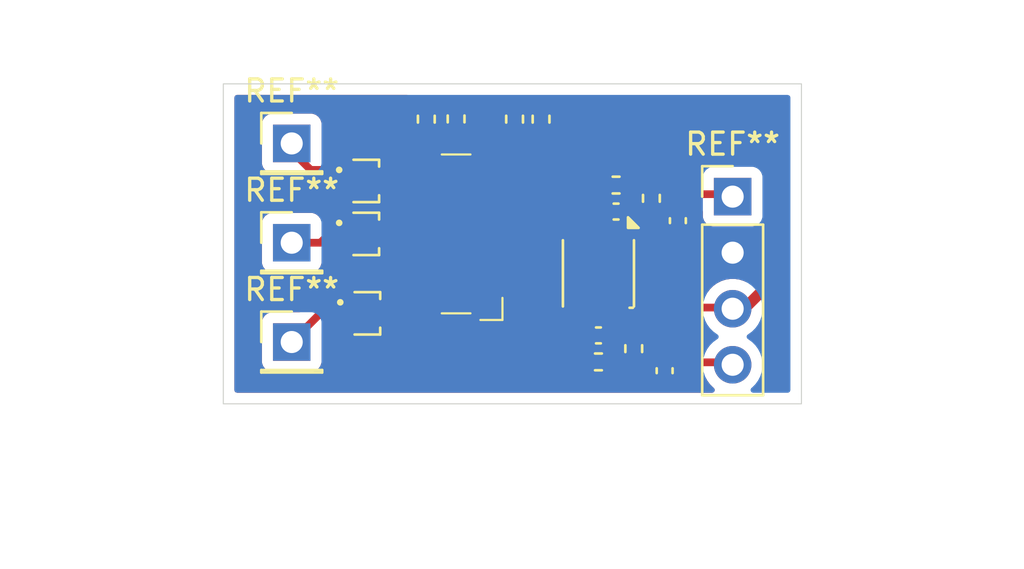
<source format=kicad_pcb>
(kicad_pcb (version 20241229) (generator "pcbnew") (generator_version "9.0")
  (layers (0 "F.Cu" signal) (2 "B.Cu" signal) (13 "F.Paste" user) (15 "B.Paste" user) (5 "F.SilkS" user "F.Silkscreen") (7 "B.SilkS" user "B.Silkscreen") (1 "F.Mask" user) (3 "B.Mask" user) (25 "Edge.Cuts" user))
  (net 0 "")
  (net 1 "GND")
  (net 2 "+2V7")
  (net 3 "Net-(C15-Pad2)")
  (net 4 "Net-(D4-PD1_C)")
  (net 5 "/BB_trans_out")
  (net 6 "/IR_cut_trans_out")
  (net 7 "Net-(D4-PD2_C)")
  (net 8 "Net-(C20-Pad2)")
  (net 9 "Net-(D4-IRLED_C)")
  (net 10 "Net-(D4-GLED1_C)")
  (net 11 "Net-(D4-GLED1_A)")
  (net 12 "Net-(D4-RLED_C)")
  (net 13 "Net-(D4-GLED2_A)")
  (net 14 "Net-(D4-RLED_A)")
  (net 15 "Net-(D4-IRLED_A)")
  (net 16 "/GLED_en")
  (net 17 "/RLED_en")
  (net 18 "/IRLED_en")
  (footprint "Connector_PinHeader_2.54mm:PinHeader_1x01_P2.54mm_Vertical" (layer "F.Cu") (at 91.55 68.4)
    (property "Reference" "REF**" (at 0 -2.38 0) (layer "F.SilkS"))
    (property "Value" "PinHeader_1x01_P2.54mm_Vertical")
    (fp_line (start -1.38 -1.38) (end 0 -1.38) (stroke (width 0.12)) (layer "F.SilkS"))
    (fp_line (start -1.38 0) (end -1.38 -1.38) (stroke (width 0.12)) (layer "F.SilkS"))
    (fp_line (start -1.38 1.27) (end -1.38 1.38) (stroke (width 0.12)) (layer "F.SilkS"))
    (fp_line (start -1.38 1.27) (end 1.38 1.27) (stroke (width 0.12)) (layer "F.SilkS"))
    (fp_line (start -1.38 1.38) (end 1.38 1.38) (stroke (width 0.12)) (layer "F.SilkS"))
    (fp_line (start 1.38 1.27) (end 1.38 1.38) (stroke (width 0.12)) (layer "F.SilkS"))
    (pad "1" thru_hole rect (at 0 0) (size 1.7 1.7) (drill 1) (layers "*.Cu" "*.Mask") (net 16 "/GLED_en"))
  )
  (footprint "Resistor_SMD:R_0402_1005Metric" (layer "F.Cu") (at 101.65 58.3 -90)
    (property "Reference" "R10" (hide yes))
    (property "Value" "R")
    (fp_line (start -0.153641 0.38) (end 0.153641 0.38) (stroke (width 0.12)) (layer "F.SilkS"))
    (fp_line (start -0.153641 -0.38) (end 0.153641 -0.38) (stroke (width 0.12)) (layer "F.SilkS"))
    (pad "1" smd roundrect (at -0.51 0 270) (size 0.54 0.64) (layers "F.Cu" "F.Mask" "F.Paste") (net 2 "+2V7"))
    (pad "2" smd roundrect (at 0.51 0 270) (size 0.54 0.64) (layers "F.Cu" "F.Mask" "F.Paste") (net 11 "Net-(D4-GLED1_A)"))
  )
  (footprint "Package_TO_SOT_SMD:SOT-416" (layer "F.Cu") (at 95.05 67.1)
    (property "Reference" "Q4" (hide yes))
    (property "Value" "RE1C002UN")
    (fp_line (start 0.51 -0.96) (end -0.65 -0.96) (stroke (width 0.12)) (layer "F.SilkS"))
    (fp_line (start 0.51 -0.96) (end 0.51 -0.65) (stroke (width 0.12)) (layer "F.SilkS"))
    (fp_line (start 0.51 0.96) (end -0.65 0.96) (stroke (width 0.12)) (layer "F.SilkS"))
    (fp_line (start 0.51 0.96) (end 0.51 0.65) (stroke (width 0.12)) (layer "F.SilkS"))
    (fp_circle (center -1.3 -0.5) (end -1.15 -0.5) (fill yes) (layer "F.SilkS"))
    (pad "1" smd roundrect (at -0.65 -0.5) (size 0.6 0.5) (layers "F.Cu" "F.Mask" "F.Paste") (net 16 "/GLED_en"))
    (pad "2" smd roundrect (at -0.65 0.5) (size 0.6 0.5) (layers "F.Cu" "F.Mask" "F.Paste") (net 1 "GND"))
    (pad "3" smd roundrect (at 0.65 0) (size 0.6 0.5) (layers "F.Cu" "F.Mask" "F.Paste") (net 10 "Net-(D4-GLED1_C)"))
  )
  (footprint "Capacitor_SMD:C_0402_1005Metric" (layer "F.Cu") (at 105.45 68.1)
    (property "Reference" "C15" (hide yes))
    (property "Value" "C")
    (fp_line (start -0.107836 -0.36) (end 0.107836 -0.36) (stroke (width 0.12)) (layer "F.SilkS"))
    (fp_line (start -0.107836 0.36) (end 0.107836 0.36) (stroke (width 0.12)) (layer "F.SilkS"))
    (pad "1" smd roundrect (at -0.48 0) (size 0.56 0.62) (layers "F.Cu" "F.Mask" "F.Paste") (net 4 "Net-(D4-PD1_C)"))
    (pad "2" smd roundrect (at 0.48 0) (size 0.56 0.62) (layers "F.Cu" "F.Mask" "F.Paste") (net 3 "Net-(C15-Pad2)"))
  )
  (footprint "Capacitor_SMD:C_0402_1005Metric" (layer "F.Cu") (at 109.05 62.9 -90)
    (property "Reference" "C19" (hide yes))
    (property "Value" "C")
    (fp_line (start -0.107836 0.36) (end 0.107836 0.36) (stroke (width 0.12)) (layer "F.SilkS"))
    (fp_line (start -0.107836 -0.36) (end 0.107836 -0.36) (stroke (width 0.12)) (layer "F.SilkS"))
    (pad "1" smd roundrect (at -0.48 0 270) (size 0.56 0.62) (layers "F.Cu" "F.Mask" "F.Paste") (net 6 "/IR_cut_trans_out"))
    (pad "2" smd roundrect (at 0.48 0 270) (size 0.56 0.62) (layers "F.Cu" "F.Mask" "F.Paste") (net 1 "GND"))
  )
  (footprint "Connector_PinHeader_2.54mm:PinHeader_1x01_P2.54mm_Vertical" (layer "F.Cu") (at 91.55 63.9)
    (property "Reference" "REF**" (at 0 -2.38 0) (layer "F.SilkS"))
    (property "Value" "PinHeader_1x01_P2.54mm_Vertical")
    (fp_line (start -1.38 -1.38) (end 0 -1.38) (stroke (width 0.12)) (layer "F.SilkS"))
    (fp_line (start -1.38 0) (end -1.38 -1.38) (stroke (width 0.12)) (layer "F.SilkS"))
    (fp_line (start -1.38 1.27) (end -1.38 1.38) (stroke (width 0.12)) (layer "F.SilkS"))
    (fp_line (start -1.38 1.27) (end 1.38 1.27) (stroke (width 0.12)) (layer "F.SilkS"))
    (fp_line (start -1.38 1.38) (end 1.38 1.38) (stroke (width 0.12)) (layer "F.SilkS"))
    (fp_line (start 1.38 1.27) (end 1.38 1.38) (stroke (width 0.12)) (layer "F.SilkS"))
    (pad "1" thru_hole rect (at 0 0) (size 1.7 1.7) (drill 1) (layers "*.Cu" "*.Mask") (net 18 "/IRLED_en"))
  )
  (footprint "Resistor_SMD:R_0402_1005Metric" (layer "F.Cu") (at 107.05 68.7 -90)
    (property "Reference" "R18" (hide yes))
    (property "Value" "R")
    (fp_line (start -0.153641 0.38) (end 0.153641 0.38) (stroke (width 0.12)) (layer "F.SilkS"))
    (fp_line (start -0.153641 -0.38) (end 0.153641 -0.38) (stroke (width 0.12)) (layer "F.SilkS"))
    (pad "1" smd roundrect (at -0.51 0 270) (size 0.54 0.64) (layers "F.Cu" "F.Mask" "F.Paste") (net 3 "Net-(C15-Pad2)"))
    (pad "2" smd roundrect (at 0.51 0 270) (size 0.54 0.64) (layers "F.Cu" "F.Mask" "F.Paste") (net 5 "/BB_trans_out"))
  )
  (footprint "Resistor_SMD:R_0402_1005Metric" (layer "F.Cu") (at 107.85 61.8875 90)
    (property "Reference" "R19" (hide yes))
    (property "Value" "R")
    (fp_line (start -0.153641 -0.38) (end 0.153641 -0.38) (stroke (width 0.12)) (layer "F.SilkS"))
    (fp_line (start -0.153641 0.38) (end 0.153641 0.38) (stroke (width 0.12)) (layer "F.SilkS"))
    (pad "1" smd roundrect (at -0.51 0 90) (size 0.54 0.64) (layers "F.Cu" "F.Mask" "F.Paste") (net 8 "Net-(C20-Pad2)"))
    (pad "2" smd roundrect (at 0.51 0 90) (size 0.54 0.64) (layers "F.Cu" "F.Mask" "F.Paste") (net 6 "/IR_cut_trans_out"))
  )
  (footprint "Resistor_SMD:R_0402_1005Metric" (layer "F.Cu") (at 99 58.29 -90)
    (property "Reference" "R11" (hide yes))
    (property "Value" "R")
    (fp_line (start -0.153641 0.38) (end 0.153641 0.38) (stroke (width 0.12)) (layer "F.SilkS"))
    (fp_line (start -0.153641 -0.38) (end 0.153641 -0.38) (stroke (width 0.12)) (layer "F.SilkS"))
    (pad "1" smd roundrect (at -0.51 0 270) (size 0.54 0.64) (layers "F.Cu" "F.Mask" "F.Paste") (net 2 "+2V7"))
    (pad "2" smd roundrect (at 0.51 0 270) (size 0.54 0.64) (layers "F.Cu" "F.Mask" "F.Paste") (net 13 "Net-(D4-GLED2_A)"))
  )
  (footprint "Connector_PinHeader_2.54mm:PinHeader_1x04_P2.54mm_Vertical" (layer "F.Cu") (at 111.532145 61.811073)
    (property "Reference" "REF**" (at 0 -2.38 0) (layer "F.SilkS"))
    (property "Value" "PinHeader_1x04_P2.54mm_Vertical")
    (fp_line (start -1.38 -1.38) (end 0 -1.38) (stroke (width 0.12)) (layer "F.SilkS"))
    (fp_line (start -1.38 0) (end -1.38 -1.38) (stroke (width 0.12)) (layer "F.SilkS"))
    (fp_line (start -1.38 1.27) (end -1.38 9) (stroke (width 0.12)) (layer "F.SilkS"))
    (fp_line (start -1.38 1.27) (end 1.38 1.27) (stroke (width 0.12)) (layer "F.SilkS"))
    (fp_line (start -1.38 9) (end 1.38 9) (stroke (width 0.12)) (layer "F.SilkS"))
    (fp_line (start 1.38 1.27) (end 1.38 9) (stroke (width 0.12)) (layer "F.SilkS"))
    (pad "1" thru_hole rect (at 0 0) (size 1.7 1.7) (drill 1) (layers "*.Cu" "*.Mask") (net 6 "/IR_cut_trans_out"))
    (pad "2" thru_hole circle (at 0 2.54) (size 1.7 1.7) (drill 1) (layers "*.Cu" "*.Mask") (net 1 "GND"))
    (pad "3" thru_hole circle (at 0 5.08) (size 1.7 1.7) (drill 1) (layers "*.Cu" "*.Mask") (net 2 "+2V7"))
    (pad "4" thru_hole circle (at 0 7.62) (size 1.7 1.7) (drill 1) (layers "*.Cu" "*.Mask") (net 5 "/BB_trans_out"))
  )
  (footprint "Resistor_SMD:R_0402_1005Metric" (layer "F.Cu") (at 102.85 58.3 -90)
    (property "Reference" "R13" (hide yes))
    (property "Value" "R")
    (fp_line (start -0.153641 0.38) (end 0.153641 0.38) (stroke (width 0.12)) (layer "F.SilkS"))
    (fp_line (start -0.153641 -0.38) (end 0.153641 -0.38) (stroke (width 0.12)) (layer "F.SilkS"))
    (pad "1" smd roundrect (at -0.51 0 270) (size 0.54 0.64) (layers "F.Cu" "F.Mask" "F.Paste") (net 2 "+2V7"))
    (pad "2" smd roundrect (at 0.51 0 270) (size 0.54 0.64) (layers "F.Cu" "F.Mask" "F.Paste") (net 15 "Net-(D4-IRLED_A)"))
  )
  (footprint "Resistor_SMD:R_0402_1005Metric" (layer "F.Cu") (at 106.25 61.2875)
    (property "Reference" "R20" (hide yes))
    (property "Value" "R")
    (fp_line (start -0.153641 -0.38) (end 0.153641 -0.38) (stroke (width 0.12)) (layer "F.SilkS"))
    (fp_line (start -0.153641 0.38) (end 0.153641 0.38) (stroke (width 0.12)) (layer "F.SilkS"))
    (pad "1" smd roundrect (at -0.51 0) (size 0.54 0.64) (layers "F.Cu" "F.Mask" "F.Paste") (net 7 "Net-(D4-PD2_C)"))
    (pad "2" smd roundrect (at 0.51 0) (size 0.54 0.64) (layers "F.Cu" "F.Mask" "F.Paste") (net 6 "/IR_cut_trans_out"))
  )
  (footprint "Resistor_SMD:R_0402_1005Metric" (layer "F.Cu") (at 97.65 58.3 -90)
    (property "Reference" "R12" (hide yes))
    (property "Value" "R")
    (fp_line (start -0.153641 0.38) (end 0.153641 0.38) (stroke (width 0.12)) (layer "F.SilkS"))
    (fp_line (start -0.153641 -0.38) (end 0.153641 -0.38) (stroke (width 0.12)) (layer "F.SilkS"))
    (pad "1" smd roundrect (at -0.51 0 270) (size 0.54 0.64) (layers "F.Cu" "F.Mask" "F.Paste") (net 2 "+2V7"))
    (pad "2" smd roundrect (at 0.51 0 270) (size 0.54 0.64) (layers "F.Cu" "F.Mask" "F.Paste") (net 14 "Net-(D4-RLED_A)"))
  )
  (footprint "Resistor_SMD:R_0402_1005Metric" (layer "F.Cu") (at 105.45 69.3)
    (property "Reference" "R15" (hide yes))
    (property "Value" "R")
    (fp_line (start -0.153641 -0.38) (end 0.153641 -0.38) (stroke (width 0.12)) (layer "F.SilkS"))
    (fp_line (start -0.153641 0.38) (end 0.153641 0.38) (stroke (width 0.12)) (layer "F.SilkS"))
    (pad "1" smd roundrect (at -0.51 0) (size 0.54 0.64) (layers "F.Cu" "F.Mask" "F.Paste") (net 4 "Net-(D4-PD1_C)"))
    (pad "2" smd roundrect (at 0.51 0) (size 0.54 0.64) (layers "F.Cu" "F.Mask" "F.Paste") (net 5 "/BB_trans_out"))
  )
  (footprint "Capacitor_SMD:C_0402_1005Metric" (layer "F.Cu") (at 106.25 62.4875)
    (property "Reference" "C20" (hide yes))
    (property "Value" "C")
    (fp_line (start -0.107836 -0.36) (end 0.107836 -0.36) (stroke (width 0.12)) (layer "F.SilkS"))
    (fp_line (start -0.107836 0.36) (end 0.107836 0.36) (stroke (width 0.12)) (layer "F.SilkS"))
    (pad "1" smd roundrect (at -0.48 0) (size 0.56 0.62) (layers "F.Cu" "F.Mask" "F.Paste") (net 7 "Net-(D4-PD2_C)"))
    (pad "2" smd roundrect (at 0.48 0) (size 0.56 0.62) (layers "F.Cu" "F.Mask" "F.Paste") (net 8 "Net-(C20-Pad2)"))
  )
  (footprint "Package_TO_SOT_SMD:SOT-416" (layer "F.Cu") (at 95 63.5)
    (property "Reference" "Q6" (hide yes))
    (property "Value" "RE1C002UN")
    (fp_line (start 0.51 -0.96) (end -0.65 -0.96) (stroke (width 0.12)) (layer "F.SilkS"))
    (fp_line (start 0.51 -0.96) (end 0.51 -0.65) (stroke (width 0.12)) (layer "F.SilkS"))
    (fp_line (start 0.51 0.96) (end -0.65 0.96) (stroke (width 0.12)) (layer "F.SilkS"))
    (fp_line (start 0.51 0.96) (end 0.51 0.65) (stroke (width 0.12)) (layer "F.SilkS"))
    (fp_circle (center -1.3 -0.5) (end -1.15 -0.5) (fill yes) (layer "F.SilkS"))
    (pad "1" smd roundrect (at -0.65 -0.5) (size 0.6 0.5) (layers "F.Cu" "F.Mask" "F.Paste") (net 18 "/IRLED_en"))
    (pad "2" smd roundrect (at -0.65 0.5) (size 0.6 0.5) (layers "F.Cu" "F.Mask" "F.Paste") (net 1 "GND"))
    (pad "3" smd roundrect (at 0.65 0) (size 0.6 0.5) (layers "F.Cu" "F.Mask" "F.Paste") (net 9 "Net-(D4-IRLED_C)"))
  )
  (footprint "Package_TO_SOT_SMD:SOT-416" (layer "F.Cu") (at 95 61.1)
    (property "Reference" "Q5" (hide yes))
    (property "Value" "RE1C002UN")
    (fp_line (start 0.51 -0.96) (end -0.65 -0.96) (stroke (width 0.12)) (layer "F.SilkS"))
    (fp_line (start 0.51 -0.96) (end 0.51 -0.65) (stroke (width 0.12)) (layer "F.SilkS"))
    (fp_line (start 0.51 0.96) (end -0.65 0.96) (stroke (width 0.12)) (layer "F.SilkS"))
    (fp_line (start 0.51 0.96) (end 0.51 0.65) (stroke (width 0.12)) (layer "F.SilkS"))
    (fp_circle (center -1.3 -0.5) (end -1.15 -0.5) (fill yes) (layer "F.SilkS"))
    (pad "1" smd roundrect (at -0.65 -0.5) (size 0.6 0.5) (layers "F.Cu" "F.Mask" "F.Paste") (net 17 "/RLED_en"))
    (pad "2" smd roundrect (at -0.65 0.5) (size 0.6 0.5) (layers "F.Cu" "F.Mask" "F.Paste") (net 1 "GND"))
    (pad "3" smd roundrect (at 0.65 0) (size 0.6 0.5) (layers "F.Cu" "F.Mask" "F.Paste") (net 12 "Net-(D4-RLED_C)"))
  )
  (footprint "Connector_PinHeader_2.54mm:PinHeader_1x01_P2.54mm_Vertical" (layer "F.Cu") (at 91.55 59.4)
    (property "Reference" "REF**" (at 0 -2.38 0) (layer "F.SilkS"))
    (property "Value" "PinHeader_1x01_P2.54mm_Vertical")
    (fp_line (start -1.38 -1.38) (end 0 -1.38) (stroke (width 0.12)) (layer "F.SilkS"))
    (fp_line (start -1.38 0) (end -1.38 -1.38) (stroke (width 0.12)) (layer "F.SilkS"))
    (fp_line (start -1.38 1.27) (end -1.38 1.38) (stroke (width 0.12)) (layer "F.SilkS"))
    (fp_line (start -1.38 1.27) (end 1.38 1.27) (stroke (width 0.12)) (layer "F.SilkS"))
    (fp_line (start -1.38 1.38) (end 1.38 1.38) (stroke (width 0.12)) (layer "F.SilkS"))
    (fp_line (start 1.38 1.27) (end 1.38 1.38) (stroke (width 0.12)) (layer "F.SilkS"))
    (pad "1" thru_hole rect (at 0 0) (size 1.7 1.7) (drill 1) (layers "*.Cu" "*.Mask") (net 17 "/RLED_en"))
  )
  (footprint "Capacitor_SMD:C_0402_1005Metric" (layer "F.Cu") (at 108.45 69.7 -90)
    (property "Reference" "C17" (hide yes))
    (property "Value" "C")
    (fp_line (start -0.107836 0.36) (end 0.107836 0.36) (stroke (width 0.12)) (layer "F.SilkS"))
    (fp_line (start -0.107836 -0.36) (end 0.107836 -0.36) (stroke (width 0.12)) (layer "F.SilkS"))
    (pad "1" smd roundrect (at -0.48 0 270) (size 0.56 0.62) (layers "F.Cu" "F.Mask" "F.Paste") (net 5 "/BB_trans_out"))
    (pad "2" smd roundrect (at 0.48 0 270) (size 0.56 0.62) (layers "F.Cu" "F.Mask" "F.Paste") (net 1 "GND"))
  )
  (footprint "Package_DFN_QFN:DFN-8-1EP_3x3mm_P0.65mm_EP1.55x2.4mm" (layer "F.Cu") (at 105.45 65.2875 -90)
    (property "Reference" "U4" (hide yes))
    (property "Value" "OPA2381")
    (fp_line (start -1.5 1.61) (end 1.5 1.61) (stroke (width 0.12)) (layer "F.SilkS"))
    (fp_line (start 1.56 -1.56) (end 1.56 -1.41) (stroke (width 0.12)) (layer "F.SilkS"))
    (fp_line (start -1.5 -1.61) (end 1.5 -1.61) (stroke (width 0.12)) (layer "F.SilkS"))
    (fp_poly (pts (xy -2.06 -1.34) (xy -2.54 -1.34) (xy -2.06 -1.82) (xy -2.06 -1.34)) (stroke (width 0.12)) (fill yes) (layer "F.SilkS"))
    (pad "1" smd rect (at -1.55 -0.975 270) (size 0.65 0.35) (layers "F.Cu" "F.Mask" "F.Paste") (net 8 "Net-(C20-Pad2)"))
    (pad "2" smd rect (at -1.55 -0.325 270) (size 0.65 0.35) (layers "F.Cu" "F.Mask" "F.Paste") (net 7 "Net-(D4-PD2_C)"))
    (pad "3" smd rect (at -1.55 0.325 270) (size 0.65 0.35) (layers "F.Cu" "F.Mask" "F.Paste") (net 1 "GND"))
    (pad "4" smd rect (at -1.55 0.975 270) (size 0.65 0.35) (layers "F.Cu" "F.Mask" "F.Paste") (net 1 "GND"))
    (pad "5" smd rect (at 1.55 0.975 270) (size 0.65 0.35) (layers "F.Cu" "F.Mask" "F.Paste") (net 1 "GND"))
    (pad "6" smd rect (at 1.55 0.325 270) (size 0.65 0.35) (layers "F.Cu" "F.Mask" "F.Paste") (net 4 "Net-(D4-PD1_C)"))
    (pad "7" smd rect (at 1.55 -0.325 270) (size 0.65 0.35) (layers "F.Cu" "F.Mask" "F.Paste") (net 3 "Net-(C15-Pad2)"))
    (pad "8" smd rect (at 1.55 -0.975 270) (size 0.65 0.35) (layers "F.Cu" "F.Mask" "F.Paste") (net 2 "+2V7"))
    (pad "9" smd rect (at 0 0 270) (size 1.55 2.4) (layers "F.Cu" "F.Mask") (net 1 "GND"))
  )
  (footprint "Library:SFH7072" (layer "F.Cu") (at 99 63.5 90)
    (property "Reference" "D4" (hide yes))
    (property "Value" "SFH7072")
    (fp_line (start 3.6 -0.65) (end 3.6 0.65) (stroke (width 0.1)) (layer "F.SilkS"))
    (fp_line (start -3.6 -0.65) (end -3.6 0.65) (stroke (width 0.1)) (layer "F.SilkS"))
    (fp_line (start -3.9 1.1) (end -3.9 2.1) (stroke (width 0.1)) (layer "F.SilkS"))
    (fp_line (start -3.9 2.1) (end -2.9 2.1) (stroke (width 0.1)) (layer "F.SilkS"))
    (pad "1" smd roundrect (at -3 1.25 90) (size 0.9 1) (layers "F.Cu" "F.Mask" "F.Paste") (roundrect_rratio 0.2) (net 4 "Net-(D4-PD1_C)"))
    (pad "2" smd roundrect (at -1.8 1.25 90) (size 0.9 1) (layers "F.Cu" "F.Mask" "F.Paste") (roundrect_rratio 0.2) (net 1 "GND"))
    (pad "3" smd roundrect (at -0.6 1.25 90) (size 0.9 1) (layers "F.Cu" "F.Mask" "F.Paste") (roundrect_rratio 0.2) (net 7 "Net-(D4-PD2_C)"))
    (pad "4" smd roundrect (at 0.6 1.25 90) (size 0.9 1) (layers "F.Cu" "F.Mask" "F.Paste") (roundrect_rratio 0.2) (net 15 "Net-(D4-IRLED_A)"))
    (pad "5" smd roundrect (at 1.8 1.25 90) (size 0.9 1) (layers "F.Cu" "F.Mask" "F.Paste") (roundrect_rratio 0.2) (net 11 "Net-(D4-GLED1_A)"))
    (pad "6" smd roundrect (at 3 1.25 90) (size 0.9 1) (layers "F.Cu" "F.Mask" "F.Paste") (roundrect_rratio 0.2) (net 10 "Net-(D4-GLED1_C)"))
    (pad "7" smd roundrect (at 3 -1.25 90) (size 0.9 1) (layers "F.Cu" "F.Mask" "F.Paste") (roundrect_rratio 0.2) (net 14 "Net-(D4-RLED_A)"))
    (pad "8" smd roundrect (at 1.8 -1.25 90) (size 0.9 1) (layers "F.Cu" "F.Mask" "F.Paste") (roundrect_rratio 0.2) (net 12 "Net-(D4-RLED_C)"))
    (pad "9" smd roundrect (at 0.6 -1.25 90) (size 0.9 1) (layers "F.Cu" "F.Mask" "F.Paste") (roundrect_rratio 0.2) (net 9 "Net-(D4-IRLED_C)"))
    (pad "10" smd roundrect (at -0.6 -1.25 90) (size 0.9 1) (layers "F.Cu" "F.Mask" "F.Paste") (roundrect_rratio 0.2) (net 1 "GND"))
    (pad "11" smd roundrect (at -1.8 -1.25 90) (size 0.9 1) (layers "F.Cu" "F.Mask" "F.Paste") (roundrect_rratio 0.2) (net 13 "Net-(D4-GLED2_A)"))
    (pad "12" smd roundrect (at -3 -1.25 90) (size 0.9 1) (layers "F.Cu" "F.Mask" "F.Paste") (roundrect_rratio 0.2) (net 10 "Net-(D4-GLED1_C)"))
  )
  (gr_rect (start 88.45 56.7) (end 114.65 71.2) (stroke (width 0.05)) (fill no) (layer "Edge.Cuts"))
  (segment (start 94.7 64.35) (end 94.35 64) (width 0.25) (layer "F.Cu") (net 1))
  (segment (start 97.5 64.35) (end 94.7 64.35) (width 0.25) (layer "F.Cu") (net 1))
  (segment (start 97.75 64.1) (end 97.5 64.35) (width 0.25) (layer "F.Cu") (net 1))
  (segment (start 106.425 66.8375) (end 111.9925 66.8375) (width 0.35) (layer "F.Cu") (net 2))
  (segment (start 110.94 57.79) (end 113.55 60.4) (width 0.5) (layer "F.Cu") (net 2))
  (segment (start 113.55 65.4) (end 112.058927 66.891073) (width 0.5) (layer "F.Cu") (net 2))
  (segment (start 102.85 57.79) (end 110.94 57.79) (width 0.5) (layer "F.Cu") (net 2))
  (segment (start 113.55 60.4) (end 113.55 65.4) (width 0.5) (layer "F.Cu") (net 2))
  (segment (start 111.9925 66.8375) (end 112.05 66.78) (width 0.35) (layer "F.Cu") (net 2))
  (segment (start 112.058927 66.891073) (end 111.532145 66.891073) (width 0.5) (layer "F.Cu") (net 2))
  (segment (start 97.65 57.79) (end 102.85 57.79) (width 0.5) (layer "F.Cu") (net 2))
  (segment (start 105.775 67.945) (end 105.93 68.1) (width 0.35) (layer "F.Cu") (net 3))
  (segment (start 106.9725 68.1) (end 107.05 68.1775) (width 0.35) (layer "F.Cu") (net 3))
  (segment (start 105.93 68.1) (end 106.9725 68.1) (width 0.35) (layer "F.Cu") (net 3))
  (segment (start 105.775 66.8375) (end 105.775 67.945) (width 0.35) (layer "F.Cu") (net 3))
  (segment (start 104.97 69.27) (end 104.94 69.3) (width 0.35) (layer "F.Cu") (net 4))
  (segment (start 105.125 67.945) (end 104.97 68.1) (width 0.35) (layer "F.Cu") (net 4))
  (segment (start 103.0375 68.0875) (end 104.89 68.0875) (width 0.5) (layer "F.Cu") (net 4))
  (segment (start 104.97 68.1) (end 104.97 69.27) (width 0.35) (layer "F.Cu") (net 4))
  (segment (start 100.25 66.5) (end 101.45 66.5) (width 0.5) (layer "F.Cu") (net 4))
  (segment (start 105.125 66.8375) (end 105.125 67.945) (width 0.35) (layer "F.Cu") (net 4))
  (segment (start 101.45 66.5) (end 103.0375 68.0875) (width 0.5) (layer "F.Cu") (net 4))
  (segment (start 105.96 69.3) (end 106.9475 69.3) (width 0.35) (layer "F.Cu") (net 5))
  (segment (start 107.05 69.21) (end 107.16 69.32) (width 0.35) (layer "F.Cu") (net 5))
  (segment (start 107.16 69.32) (end 112.05 69.32) (width 0.35) (layer "F.Cu") (net 5))
  (segment (start 106.9475 69.3) (end 107.05 69.1975) (width 0.35) (layer "F.Cu") (net 5))
  (segment (start 106.93 69.33) (end 107.05 69.21) (width 0.35) (layer "F.Cu") (net 5))
  (segment (start 109.05 61.7) (end 112.05 61.7) (width 0.35) (layer "F.Cu") (net 6))
  (segment (start 108.7275 61.3775) (end 109.05 61.7) (width 0.35) (layer "F.Cu") (net 6))
  (segment (start 107.85 61.3775) (end 108.7275 61.3775) (width 0.35) (layer "F.Cu") (net 6))
  (segment (start 106.76 61.2875) (end 107.76 61.2875) (width 0.35) (layer "F.Cu") (net 6))
  (segment (start 109.05 61.7) (end 109.05 62.42) (width 0.35) (layer "F.Cu") (net 6))
  (segment (start 107.76 61.2875) (end 107.85 61.3775) (width 0.35) (layer "F.Cu") (net 6))
  (segment (start 105.77 62.4875) (end 105.77 61.3175) (width 0.35) (layer "F.Cu") (net 7))
  (segment (start 105.775 62.4925) (end 105.77 62.4875) (width 0.35) (layer "F.Cu") (net 7))
  (segment (start 105.77 62.4875) (end 103.8625 62.4875) (width 0.5) (layer "F.Cu") (net 7))
  (segment (start 103.8625 62.4875) (end 102.25 64.1) (width 0.5) (layer "F.Cu") (net 7))
  (segment (start 105.77 61.3175) (end 105.74 61.2875) (width 0.35) (layer "F.Cu") (net 7))
  (segment (start 102.25 64.1) (end 100.25 64.1) (width 0.5) (layer "F.Cu") (net 7))
  (segment (start 105.775 63.7375) (end 105.775 62.4925) (width 0.35) (layer "F.Cu") (net 7))
  (segment (start 106.73 62.4875) (end 106.73 63.4325) (width 0.35) (layer "F.Cu") (net 8))
  (segment (start 107.76 62.4875) (end 107.85 62.3975) (width 0.35) (layer "F.Cu") (net 8))
  (segment (start 106.73 63.4325) (end 106.425 63.7375) (width 0.35) (layer "F.Cu") (net 8))
  (segment (start 106.73 62.4875) (end 107.76 62.4875) (width 0.35) (layer "F.Cu") (net 8))
  (segment (start 97.75 62.9) (end 96.25 62.9) (width 0.5) (layer "F.Cu") (net 9))
  (segment (start 96.25 62.9) (end 95.65 63.5) (width 0.5) (layer "F.Cu") (net 9))
  (segment (start 97.15 67.1) (end 97.75 66.5) (width 0.5) (layer "F.Cu") (net 10))
  (segment (start 95.7 67.1) (end 97.15 67.1) (width 0.5) (layer "F.Cu") (net 10))
  (segment (start 101.65 58.81) (end 101.65 61.3) (width 0.5) (layer "F.Cu") (net 11))
  (segment (start 101.25 61.7) (end 100.25 61.7) (width 0.5) (layer "F.Cu") (net 11))
  (segment (start 101.65 61.3) (end 101.25 61.7) (width 0.5) (layer "F.Cu") (net 11))
  (segment (start 97.75 61.7) (end 96.25 61.7) (width 0.5) (layer "F.Cu") (net 12))
  (segment (start 96.25 61.7) (end 95.65 61.1) (width 0.5) (layer "F.Cu") (net 12))
  (segment (start 99 64.55) (end 98.25 65.3) (width 0.35) (layer "F.Cu") (net 13))
  (segment (start 99 58.8) (end 99 64.55) (width 0.35) (layer "F.Cu") (net 13))
  (segment (start 98.25 65.3) (end 97.75 65.3) (width 0.35) (layer "F.Cu") (net 13))
  (segment (start 97.65 60.4) (end 97.75 60.5) (width 0.5) (layer "F.Cu") (net 14))
  (segment (start 97.65 58.81) (end 97.65 60.4) (width 0.5) (layer "F.Cu") (net 14))
  (segment (start 102.85 61.9) (end 101.85 62.9) (width 0.5) (layer "F.Cu") (net 15))
  (segment (start 101.85 62.9) (end 100.25 62.9) (width 0.5) (layer "F.Cu") (net 15))
  (segment (start 102.85 58.81) (end 102.85 61.9) (width 0.5) (layer "F.Cu") (net 15))
  (segment (start 94.4 66.6) (end 93.35 66.6) (width 0.35) (layer "F.Cu") (net 16))
  (segment (start 93.35 66.6) (end 91.55 68.4) (width 0.35) (layer "F.Cu") (net 16))
  (segment (start 92.41 60.6) (end 91.55 59.74) (width 0.35) (layer "F.Cu") (net 17))
  (segment (start 91.55 59.74) (end 91.55 59.4) (width 0.35) (layer "F.Cu") (net 17))
  (segment (start 94.35 60.6) (end 92.41 60.6) (width 0.35) (layer "F.Cu") (net 17))
  (segment (start 92.85 63.9) (end 91.55 63.9) (width 0.35) (layer "F.Cu") (net 18))
  (segment (start 93.75 63) (end 92.85 63.9) (width 0.35) (layer "F.Cu") (net 18))
  (segment (start 94.35 63) (end 93.75 63) (width 0.35) (layer "F.Cu") (net 18))
  (zone (net 1) (net_name "GND") (layers "F.Cu" "B.Cu") (connect_pads yes (clearance 0.5)) (min_thickness 0.25) (fill yes (thermal_gap 0.5) (thermal_bridge_width 0.5))
    (polygon (pts (xy 87.85 53.7) (xy 119.05 52.9) (xy 119.85 78.7) (xy 84.65 77.3)))
  )
)
</source>
